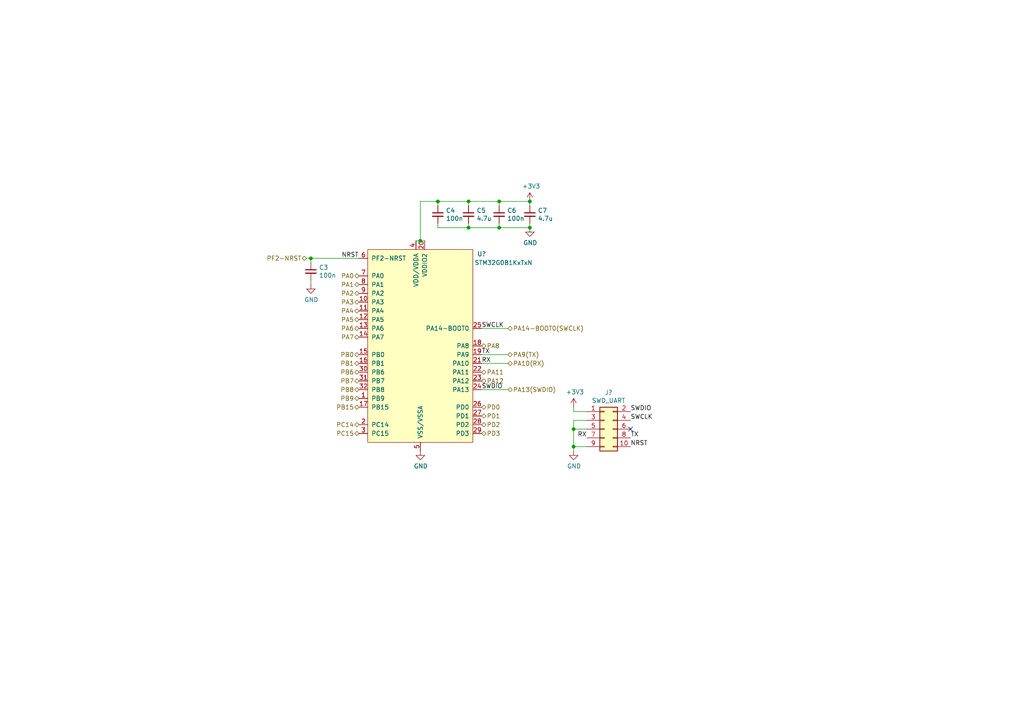
<source format=kicad_sch>
(kicad_sch (version 20211123) (generator eeschema)
  (paper "A4")
  (lib_symbols
    (symbol "Connector_Generic:Conn_02x05_Odd_Even" (pin_names (offset 1.016) hide)
      (property "Reference" "J" (at 1.27 7.62 0))
      (property "Value" "Conn_02x05_Odd_Even" (at 1.27 -7.62 0))
      (symbol "Conn_02x05_Odd_Even_1_1"
        (rectangle (start -1.27 -4.953) (end 0 -5.207) (stroke (width 0.1524)))
        (rectangle (start -1.27 -2.413) (end 0 -2.667) (stroke (width 0.1524)))
        (rectangle (start -1.27 0.127) (end 0 -0.127) (stroke (width 0.1524)))
        (rectangle (start -1.27 2.667) (end 0 2.413) (stroke (width 0.1524)))
        (rectangle (start -1.27 5.207) (end 0 4.953) (stroke (width 0.1524)))
        (rectangle (start -1.27 6.35) (end 3.81 -6.35) (stroke (width 0.254)) (fill (type background)))
        (rectangle (start 3.81 -4.953) (end 2.54 -5.207) (stroke (width 0.1524)))
        (rectangle (start 3.81 -2.413) (end 2.54 -2.667) (stroke (width 0.1524)))
        (rectangle (start 3.81 0.127) (end 2.54 -0.127) (stroke (width 0.1524)))
        (rectangle (start 3.81 2.667) (end 2.54 2.413) (stroke (width 0.1524)))
        (rectangle (start 3.81 5.207) (end 2.54 4.953) (stroke (width 0.1524)))
        (pin passive line (at -5.08 5.08 0) (length 3.81) (name "Pin_1") (number "1"))
        (pin passive line (at 7.62 -5.08 180) (length 3.81) (name "Pin_10") (number "10"))
        (pin passive line (at 7.62 5.08 180) (length 3.81) (name "Pin_2") (number "2"))
        (pin passive line (at -5.08 2.54 0) (length 3.81) (name "Pin_3") (number "3"))
        (pin passive line (at 7.62 2.54 180) (length 3.81) (name "Pin_4") (number "4"))
        (pin passive line (at -5.08 0 0) (length 3.81) (name "Pin_5") (number "5"))
        (pin passive line (at 7.62 0 180) (length 3.81) (name "Pin_6") (number "6"))
        (pin passive line (at -5.08 -2.54 0) (length 3.81) (name "Pin_7") (number "7"))
        (pin passive line (at 7.62 -2.54 180) (length 3.81) (name "Pin_8") (number "8"))
        (pin passive line (at -5.08 -5.08 0) (length 3.81) (name "Pin_9") (number "9"))
      )
    )
    (symbol "Device:C_Small" (pin_numbers hide) (pin_names (offset 0.254) hide)
      (property "Reference" "C" (at 0.254 1.778 0))
      (property "Value" "C_Small" (at 0.254 -2.032 0))
      (symbol "C_Small_0_1"
        (polyline (pts (xy -1.524 -0.508) (xy 1.524 -0.508)) (stroke (width 0.3302)))
        (polyline (pts (xy -1.524 0.508) (xy 1.524 0.508)) (stroke (width 0.3048)))
      )
      (symbol "C_Small_1_1"
        (pin passive line (at 0 2.54 270) (length 2.032) (name "~") (number "1"))
        (pin passive line (at 0 -2.54 90) (length 2.032) (name "~") (number "2"))
      )
    )
    (symbol "extraparts:STM32G0B1KxTxN" (pin_names (offset 1.016))
      (property "Reference" "U" (at -13.97 29.21 0))
      (property "Value" "STM32G0B1KxTxN" (at 11.43 29.21 0))
      (symbol "STM32G0B1KxTxN_0_1"
        (rectangle (start -15.24 27.94) (end 15.24 -27.94) (fill (type background)))
      )
      (symbol "STM32G0B1KxTxN_1_1"
        (pin bidirectional line (at -17.78 -15.24 0) (length 2.54) (name "PB9") (number "1"))
        (pin bidirectional line (at -17.78 12.7 0) (length 2.54) (name "PA3") (number "10"))
        (pin bidirectional line (at -17.78 10.16 0) (length 2.54) (name "PA4") (number "11"))
        (pin bidirectional line (at -17.78 7.62 0) (length 2.54) (name "PA5") (number "12"))
        (pin bidirectional line (at -17.78 5.08 0) (length 2.54) (name "PA6") (number "13"))
        (pin bidirectional line (at -17.78 2.54 0) (length 2.54) (name "PA7") (number "14"))
        (pin bidirectional line (at -17.78 -2.54 0) (length 2.54) (name "PB0") (number "15"))
        (pin bidirectional line (at -17.78 -5.08 0) (length 2.54) (name "PB1") (number "16"))
        (pin bidirectional line (at -17.78 -17.78 0) (length 2.54) (name "PB15") (number "17"))
        (pin bidirectional line (at 17.78 0 180) (length 2.54) (name "PA8") (number "18"))
        (pin bidirectional line (at 17.78 -2.54 180) (length 2.54) (name "PA9") (number "19"))
        (pin bidirectional line (at -17.78 -22.86 0) (length 2.54) (name "PC14") (number "2"))
        (pin power_in line (at 1.27 30.48 270) (length 2.54) (name "VDDIO2") (number "20"))
        (pin bidirectional line (at 17.78 -5.08 180) (length 2.54) (name "PA10") (number "21"))
        (pin bidirectional line (at 17.78 -7.62 180) (length 2.54) (name "PA11") (number "22"))
        (pin bidirectional line (at 17.78 -10.16 180) (length 2.54) (name "PA12") (number "23"))
        (pin bidirectional line (at 17.78 -12.7 180) (length 2.54) (name "PA13") (number "24"))
        (pin bidirectional line (at 17.78 5.08 180) (length 2.54) (name "PA14-BOOT0") (number "25"))
        (pin bidirectional line (at 17.78 -17.78 180) (length 2.54) (name "PD0") (number "26"))
        (pin bidirectional line (at 17.78 -20.32 180) (length 2.54) (name "PD1") (number "27"))
        (pin bidirectional line (at 17.78 -22.86 180) (length 2.54) (name "PD2") (number "28"))
        (pin bidirectional line (at 17.78 -25.4 180) (length 2.54) (name "PD3") (number "29"))
        (pin bidirectional line (at -17.78 -25.4 0) (length 2.54) (name "PC15") (number "3"))
        (pin bidirectional line (at -17.78 -7.62 0) (length 2.54) (name "PB6") (number "30"))
        (pin bidirectional line (at -17.78 -10.16 0) (length 2.54) (name "PB7") (number "31"))
        (pin bidirectional line (at -17.78 -12.7 0) (length 2.54) (name "PB8") (number "32"))
        (pin power_in line (at -1.27 30.48 270) (length 2.54) (name "VDD/VDDA") (number "4"))
        (pin power_in line (at 0 -30.48 90) (length 2.54) (name "VSS/VSSA") (number "5"))
        (pin bidirectional line (at -17.78 25.4 0) (length 2.54) (name "PF2-NRST") (number "6"))
        (pin bidirectional line (at -17.78 20.32 0) (length 2.54) (name "PA0") (number "7"))
        (pin bidirectional line (at -17.78 17.78 0) (length 2.54) (name "PA1") (number "8"))
        (pin bidirectional line (at -17.78 15.24 0) (length 2.54) (name "PA2") (number "9"))
      )
    )
    (symbol "power:+3V3" (power) (pin_names (offset 0))
      (property "Value" "+3V3" (at 0 3.556 0))
      (symbol "+3V3_0_1"
        (polyline (pts (xy -0.762 1.27) (xy 0 2.54)))
        (polyline (pts (xy 0 0) (xy 0 2.54)))
        (polyline (pts (xy 0 2.54) (xy 0.762 1.27)))
      )
      (symbol "+3V3_1_1"
        (pin power_in line (at 0 0 90) (length 0) hide (name "+3V3") (number "1"))
      )
    )
    (symbol "power:GND" (power) (pin_names (offset 0))
      (property "Value" "GND" (at 0 -3.81 0))
      (symbol "GND_0_1"
        (polyline (pts (xy 0 0) (xy 0 -1.27) (xy 1.27 -1.27) (xy 0 -2.54) (xy -1.27 -1.27) (xy 0 -1.27)))
      )
      (symbol "GND_1_1"
        (pin power_in line (at 0 0 270) (length 0) hide (name "GND") (number "1"))
      )
    )
  )
  (junction (at 135.89 66.04))
  (junction (at 166.37 129.54))
  (junction (at 166.37 124.46))
  (junction (at 144.78 58.42))
  (junction (at 121.92 69.85))
  (junction (at 153.67 66.04))
  (junction (at 153.67 58.42))
  (junction (at 127 58.42))
  (junction (at 90.17 74.93))
  (junction (at 144.78 66.04))
  (junction (at 135.89 58.42))
  (no_connect (at 182.88 124.46))
  (wire (pts (xy 144.78 64.77) (xy 144.78 66.04)))
  (wire (pts (xy 147.32 95.25) (xy 139.7 95.25)))
  (wire (pts (xy 135.89 66.04) (xy 127 66.04)))
  (wire (pts (xy 153.67 59.69) (xy 153.67 58.42)))
  (wire (pts (xy 127 59.69) (xy 127 58.42)))
  (wire (pts (xy 166.37 118.11) (xy 166.37 119.38)))
  (wire (pts (xy 90.17 74.93) (xy 104.14 74.93)))
  (wire (pts (xy 170.18 121.92) (xy 166.37 121.92)))
  (wire (pts (xy 170.18 124.46) (xy 166.37 124.46)))
  (wire (pts (xy 127 66.04) (xy 127 64.77)))
  (wire (pts (xy 90.17 74.93) (xy 90.17 76.2)))
  (wire (pts (xy 147.32 113.03) (xy 139.7 113.03)))
  (wire (pts (xy 166.37 121.92) (xy 166.37 124.46)))
  (wire (pts (xy 166.37 129.54) (xy 166.37 130.81)))
  (wire (pts (xy 153.67 66.04) (xy 153.67 64.77)))
  (wire (pts (xy 144.78 58.42) (xy 153.67 58.42)))
  (wire (pts (xy 166.37 124.46) (xy 166.37 129.54)))
  (wire (pts (xy 147.32 105.41) (xy 139.7 105.41)))
  (wire (pts (xy 127 58.42) (xy 135.89 58.42)))
  (wire (pts (xy 121.92 69.85) (xy 123.19 69.85)))
  (wire (pts (xy 147.32 102.87) (xy 139.7 102.87)))
  (wire (pts (xy 90.17 82.55) (xy 90.17 81.28)))
  (wire (pts (xy 170.18 129.54) (xy 166.37 129.54)))
  (wire (pts (xy 135.89 58.42) (xy 144.78 58.42)))
  (wire (pts (xy 144.78 59.69) (xy 144.78 58.42)))
  (wire (pts (xy 153.67 66.04) (xy 144.78 66.04)))
  (wire (pts (xy 135.89 59.69) (xy 135.89 58.42)))
  (wire (pts (xy 166.37 119.38) (xy 170.18 119.38)))
  (wire (pts (xy 121.92 58.42) (xy 127 58.42)))
  (wire (pts (xy 120.65 69.85) (xy 121.92 69.85)))
  (wire (pts (xy 88.9 74.93) (xy 90.17 74.93)))
  (wire (pts (xy 144.78 66.04) (xy 135.89 66.04)))
  (wire (pts (xy 135.89 64.77) (xy 135.89 66.04)))
  (wire (pts (xy 121.92 69.85) (xy 121.92 58.42)))
  (label "RX" (at 170.18 127 180))
  (label "SWCLK" (at 139.7 95.25 0))
  (label "TX" (at 139.7 102.87 0))
  (label "TX" (at 182.88 127 0))
  (label "NRST" (at 182.88 129.54 0))
  (label "NRST" (at 99.06 74.93 0))
  (label "SWDIO" (at 139.7 113.03 0))
  (label "RX" (at 139.7 105.41 0))
  (label "SWDIO" (at 182.88 119.38 0))
  (label "SWCLK" (at 182.88 121.92 0))
  (hierarchical_label "PD0" (shape bidirectional) (at 139.7 118.11 0))
  (hierarchical_label "PB9" (shape bidirectional) (at 104.14 115.57 180))
  (hierarchical_label "PA12" (shape bidirectional) (at 139.7 110.49 0))
  (hierarchical_label "PA13(SWDIO)" (shape bidirectional) (at 147.32 113.03 0))
  (hierarchical_label "PA8" (shape bidirectional) (at 139.7 100.33 0))
  (hierarchical_label "PA14-BOOT0(SWCLK)" (shape bidirectional) (at 147.32 95.25 0))
  (hierarchical_label "PC15" (shape bidirectional) (at 104.14 125.73 180))
  (hierarchical_label "PF2-NRST" (shape bidirectional) (at 88.9 74.93 180))
  (hierarchical_label "PD2" (shape bidirectional) (at 139.7 123.19 0))
  (hierarchical_label "PB7" (shape bidirectional) (at 104.14 110.49 180))
  (hierarchical_label "PB0" (shape bidirectional) (at 104.14 102.87 180))
  (hierarchical_label "PD1" (shape bidirectional) (at 139.7 120.65 0))
  (hierarchical_label "PB15" (shape bidirectional) (at 104.14 118.11 180))
  (hierarchical_label "PA3" (shape bidirectional) (at 104.14 87.63 180))
  (hierarchical_label "PA10(RX)" (shape bidirectional) (at 147.32 105.41 0))
  (hierarchical_label "PA0" (shape bidirectional) (at 104.14 80.01 180))
  (hierarchical_label "PA11" (shape bidirectional) (at 139.7 107.95 0))
  (hierarchical_label "PB8" (shape bidirectional) (at 104.14 113.03 180))
  (hierarchical_label "PA7" (shape bidirectional) (at 104.14 97.79 180))
  (hierarchical_label "PA5" (shape bidirectional) (at 104.14 92.71 180))
  (hierarchical_label "PB6" (shape bidirectional) (at 104.14 107.95 180))
  (hierarchical_label "PB1" (shape bidirectional) (at 104.14 105.41 180))
  (hierarchical_label "PC14" (shape bidirectional) (at 104.14 123.19 180))
  (hierarchical_label "PD3" (shape bidirectional) (at 139.7 125.73 0))
  (hierarchical_label "PA2" (shape bidirectional) (at 104.14 85.09 180))
  (hierarchical_label "PA1" (shape bidirectional) (at 104.14 82.55 180))
  (hierarchical_label "PA9(TX)" (shape bidirectional) (at 147.32 102.87 0))
  (hierarchical_label "PA6" (shape bidirectional) (at 104.14 95.25 180))
  (hierarchical_label "PA4" (shape bidirectional) (at 104.14 90.17 180))
  (symbol (lib_id "power:GND") (at 90.17 82.55 0) (unit 1)
    (property "Reference" "#PWR?" (effects hide))
    (property "Value" "GND" (at 90.297 86.9442 0))
  )
  (symbol (lib_id "Device:C_Small") (at 127 62.23 0) (unit 1)
    (property "Reference" "C4" (at 129.3368 61.0616 0) (effects (justify left)))
    (property "Value" "100n" (at 129.3368 63.373 0) (effects (justify left)))
    (property "Footprint" "Capacitor_SMD:C_0603_1608Metric" (effects hide))
  )
  (symbol (lib_id "power:GND") (at 153.67 66.04 0) (unit 1)
    (property "Reference" "#PWR?" (effects hide))
    (property "Value" "GND" (at 153.797 70.4342 0))
  )
  (symbol (lib_id "power:+3V3") (at 166.37 118.11 0) (unit 1)
    (property "Reference" "#PWR?" (effects hide))
    (property "Value" "+3V3" (at 166.751 113.7158 0))
  )
  (symbol (lib_id "power:GND") (at 166.37 130.81 0) (unit 1)
    (property "Reference" "#PWR?" (effects hide))
    (property "Value" "GND" (at 166.497 135.2042 0))
  )
  (symbol (lib_id "extraparts:STM32G0B1KxTxN") (at 121.92 100.33 0) (unit 1)
    (property "Reference" "U?" (at 139.7 73.66 0))
    (property "Value" "STM32G0B1KxTxN" (at 146.05 76.2 0))
    (property "Footprint" "Package_QFP:LQFP-32_7x7mm_P0.8mm" (effects hide))
  )
  (symbol (lib_id "Device:C_Small") (at 153.67 62.23 0) (unit 1)
    (property "Reference" "C7" (at 156.0068 61.0616 0) (effects (justify left)))
    (property "Value" "4.7u" (at 156.0068 63.373 0) (effects (justify left)))
    (property "Footprint" "Capacitor_SMD:C_0603_1608Metric" (effects hide))
  )
  (symbol (lib_id "Device:C_Small") (at 135.89 62.23 0) (unit 1)
    (property "Reference" "C5" (at 138.2268 61.0616 0) (effects (justify left)))
    (property "Value" "4.7u" (at 138.2268 63.373 0) (effects (justify left)))
    (property "Footprint" "Capacitor_SMD:C_0603_1608Metric" (effects hide))
  )
  (symbol (lib_id "Connector_Generic:Conn_02x05_Odd_Even") (at 175.26 124.46 0) (unit 1)
    (property "Reference" "J?" (at 176.53 113.8682 0))
    (property "Value" "SWD_UART" (at 176.53 116.1796 0))
    (property "Footprint" "Connector_PinHeader_1.27mm:PinHeader_2x05_P1.27mm_Vertical_SMD" (effects hide))
  )
  (symbol (lib_id "power:GND") (at 121.92 130.81 0) (unit 1)
    (property "Reference" "#PWR?" (effects hide))
    (property "Value" "GND" (at 122.047 135.2042 0))
  )
  (symbol (lib_id "Device:C_Small") (at 90.17 78.74 0) (unit 1)
    (property "Reference" "C3" (at 92.5068 77.5716 0) (effects (justify left)))
    (property "Value" "100n" (at 92.5068 79.883 0) (effects (justify left)))
    (property "Footprint" "Capacitor_SMD:C_0603_1608Metric" (effects hide))
  )
  (symbol (lib_id "Device:C_Small") (at 144.78 62.23 0) (unit 1)
    (property "Reference" "C6" (at 147.1168 61.0616 0) (effects (justify left)))
    (property "Value" "100n" (at 147.1168 63.373 0) (effects (justify left)))
    (property "Footprint" "Capacitor_SMD:C_0603_1608Metric" (effects hide))
  )
  (symbol (lib_id "power:+3V3") (at 153.67 58.42 0) (unit 1)
    (property "Reference" "#PWR?" (effects hide))
    (property "Value" "+3V3" (at 154.051 54.0258 0))
  )
)
</source>
